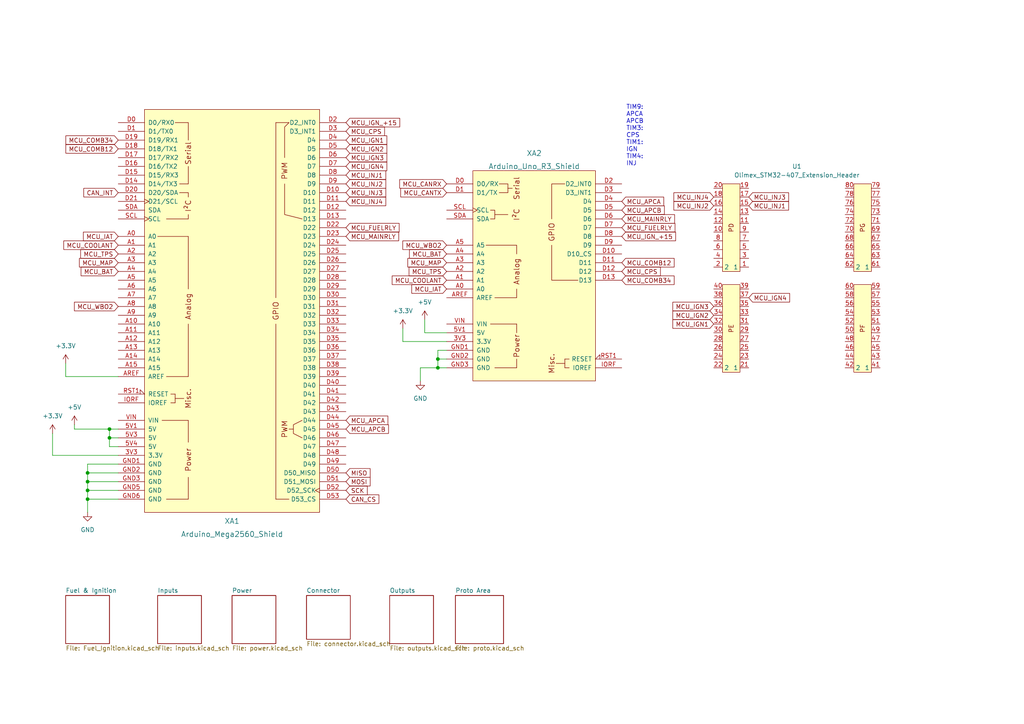
<source format=kicad_sch>
(kicad_sch (version 20211123) (generator eeschema)
  (paper "A4")
  (title_block (title "0.4") (date "2021-03-27") (rev "4d") (company "Speeduino"))
  (lib_symbols
    (symbol "arduino-library:Arduino_Mega2560_Shield" (pin_names (offset 1.016))
      (property "Reference" "XA1" (at 0 -60.96 0))
      (property "Value" "Arduino_Mega2560_Shield" (at 0 -64.77 0))
      (symbol "Arduino_Mega2560_Shield_0_0"
        (rectangle (start -25.4 -58.42) (end 25.4 58.42) (fill (type background)))
        (rectangle (start -20.32 -31.75) (end -12.7 -31.75))
        (rectangle (start -19.05 -54.61) (end -12.7 -54.61))
        (rectangle (start -19.05 -19.05) (end -12.7 -19.05))
        (rectangle (start -19.05 26.67) (end -12.7 26.67))
        (rectangle (start -17.78 -26.67) (end -16.51 -26.67))
        (rectangle (start -17.78 -24.13) (end -16.51 -24.13))
        (rectangle (start -16.51 -25.4) (end -13.97 -25.4))
        (rectangle (start -16.51 -24.13) (end -16.51 -26.67))
        (rectangle (start -16.51 54.61) (end -12.7 54.61))
        (rectangle (start -15.24 34.29) (end -12.7 34.29))
        (rectangle (start -15.24 36.83) (end -12.7 36.83))
        (rectangle (start -12.7 -54.61) (end -12.7 -48.26))
        (rectangle (start -12.7 -31.75) (end -12.7 -38.1))
        (rectangle (start -12.7 26.67) (end -12.7 27.94))
        (rectangle (start -12.7 34.29) (end -12.7 33.02))
        (rectangle (start -12.7 41.91) (end -12.7 36.83))
        (rectangle (start -12.7 49.53) (end -12.7 54.61))
        (polyline (pts (xy -21.59 21.59) (xy -12.7 21.59)))
        (polyline (pts (xy -12.7 -19.05) (xy -12.7 -3.81)))
        (polyline (pts (xy -12.7 6.35) (xy -12.7 21.59)))
        (polyline (pts (xy 12.7 -54.61) (xy 16.51 -54.61)))
        (polyline (pts (xy 12.7 54.61) (xy 16.51 54.61)))
        (polyline (pts (xy 17.78 -34.29) (xy 16.51 -34.29)))
        (polyline (pts (xy 15.24 36.83) (xy 15.24 27.94) (xy 20.32 26.67)))
        (polyline (pts (xy 15.24 44.45) (xy 15.24 53.34) (xy 16.51 54.61)))
        (polyline (pts (xy 20.32 -31.75) (xy 17.78 -33.02) (xy 17.78 -35.56) (xy 20.32 -36.83)))
        (text "Analog" (at -12.7 1.27 900) (effects (font (size 1.524 1.524))))
        (text "I²C" (at -12.7 30.48 900) (effects (font (size 1.524 1.524))))
        (text "Misc." (at -12.7 -25.4 900) (effects (font (size 1.524 1.524))))
        (text "Power" (at -12.7 -43.18 900) (effects (font (size 1.524 1.524))))
        (text "PWM" (at 15.24 -34.29 900) (effects (font (size 1.524 1.524))))
        (text "PWM" (at 15.24 40.64 900) (effects (font (size 1.524 1.524))))
        (text "Serial" (at -12.7 45.72 900) (effects (font (size 1.524 1.524))))
      )
      (symbol "Arduino_Mega2560_Shield_1_0"
        (rectangle (start 12.7 -54.61) (end 12.7 -3.81))
        (rectangle (start 12.7 54.61) (end 12.7 3.81))
        (text "GPIO" (at 12.7 0 900) (effects (font (size 1.524 1.524))))
      )
      (symbol "Arduino_Mega2560_Shield_1_1"
        (pin power_out line (at -33.02 -41.91 0) (length 7.62) (name "3.3V") (number "3V3"))
        (pin power_in line (at -33.02 -34.29 0) (length 7.62) (name "5V") (number "5V1"))
        (pin power_in line (at -33.02 -36.83 0) (length 7.62) (name "5V") (number "5V3"))
        (pin power_in line (at -33.02 -39.37 0) (length 7.62) (name "5V") (number "5V4"))
        (pin bidirectional line (at -33.02 21.59 0) (length 7.62) (name "A0") (number "A0"))
        (pin bidirectional line (at -33.02 19.05 0) (length 7.62) (name "A1") (number "A1"))
        (pin bidirectional line (at -33.02 -3.81 0) (length 7.62) (name "A10") (number "A10"))
        (pin bidirectional line (at -33.02 -6.35 0) (length 7.62) (name "A11") (number "A11"))
        (pin bidirectional line (at -33.02 -8.89 0) (length 7.62) (name "A12") (number "A12"))
        (pin bidirectional line (at -33.02 -11.43 0) (length 7.62) (name "A13") (number "A13"))
        (pin bidirectional line (at -33.02 -13.97 0) (length 7.62) (name "A14") (number "A14"))
        (pin bidirectional line (at -33.02 -16.51 0) (length 7.62) (name "A15") (number "A15"))
        (pin bidirectional line (at -33.02 16.51 0) (length 7.62) (name "A2") (number "A2"))
        (pin bidirectional line (at -33.02 13.97 0) (length 7.62) (name "A3") (number "A3"))
        (pin bidirectional line (at -33.02 11.43 0) (length 7.62) (name "A4") (number "A4"))
        (pin bidirectional line (at -33.02 8.89 0) (length 7.62) (name "A5") (number "A5"))
        (pin bidirectional line (at -33.02 6.35 0) (length 7.62) (name "A6") (number "A6"))
        (pin bidirectional line (at -33.02 3.81 0) (length 7.62) (name "A7") (number "A7"))
        (pin bidirectional line (at -33.02 1.27 0) (length 7.62) (name "A8") (number "A8"))
        (pin bidirectional line (at -33.02 -1.27 0) (length 7.62) (name "A9") (number "A9"))
        (pin input line (at -33.02 -19.05 0) (length 7.62) (name "AREF") (number "AREF"))
        (pin bidirectional line (at -33.02 54.61 0) (length 7.62) (name "D0/RX0") (number "D0"))
        (pin bidirectional line (at -33.02 52.07 0) (length 7.62) (name "D1/TX0") (number "D1"))
        (pin bidirectional line (at 33.02 34.29 180) (length 7.62) (name "D10") (number "D10"))
        (pin bidirectional line (at 33.02 31.75 180) (length 7.62) (name "D11") (number "D11"))
        (pin bidirectional line (at 33.02 29.21 180) (length 7.62) (name "D12") (number "D12"))
        (pin bidirectional line (at 33.02 26.67 180) (length 7.62) (name "D13") (number "D13"))
        (pin bidirectional line (at -33.02 36.83 0) (length 7.62) (name "D14/TX3") (number "D14"))
        (pin bidirectional line (at -33.02 39.37 0) (length 7.62) (name "D15/RX3") (number "D15"))
        (pin bidirectional line (at -33.02 41.91 0) (length 7.62) (name "D16/TX2") (number "D16"))
        (pin bidirectional line (at -33.02 44.45 0) (length 7.62) (name "D17/RX2") (number "D17"))
        (pin bidirectional line (at -33.02 46.99 0) (length 7.62) (name "D18/TX1") (number "D18"))
        (pin bidirectional line (at -33.02 49.53 0) (length 7.62) (name "D19/RX1") (number "D19"))
        (pin bidirectional line (at 33.02 54.61 180) (length 7.62) (name "D2_INT0") (number "D2"))
        (pin bidirectional line (at -33.02 34.29 0) (length 7.62) (name "D20/SDA") (number "D20"))
        (pin bidirectional clock (at -33.02 31.75 0) (length 7.62) (name "D21/SCL") (number "D21"))
        (pin bidirectional line (at 33.02 24.13 180) (length 7.62) (name "D22") (number "D22"))
        (pin bidirectional line (at 33.02 21.59 180) (length 7.62) (name "D23") (number "D23"))
        (pin bidirectional line (at 33.02 19.05 180) (length 7.62) (name "D24") (number "D24"))
        (pin bidirectional line (at 33.02 16.51 180) (length 7.62) (name "D25") (number "D25"))
        (pin bidirectional line (at 33.02 13.97 180) (length 7.62) (name "D26") (number "D26"))
        (pin bidirectional line (at 33.02 11.43 180) (length 7.62) (name "D27") (number "D27"))
        (pin bidirectional line (at 33.02 8.89 180) (length 7.62) (name "D28") (number "D28"))
        (pin bidirectional line (at 33.02 6.35 180) (length 7.62) (name "D29") (number "D29"))
        (pin bidirectional line (at 33.02 52.07 180) (length 7.62) (name "D3_INT1") (number "D3"))
        (pin bidirectional line (at 33.02 3.81 180) (length 7.62) (name "D30") (number "D30"))
        (pin bidirectional line (at 33.02 1.27 180) (length 7.62) (name "D31") (number "D31"))
        (pin bidirectional line (at 33.02 -1.27 180) (length 7.62) (name "D32") (number "D32"))
        (pin bidirectional line (at 33.02 -3.81 180) (length 7.62) (name "D33") (number "D33"))
        (pin bidirectional line (at 33.02 -6.35 180) (length 7.62) (name "D34") (number "D34"))
        (pin bidirectional line (at 33.02 -8.89 180) (length 7.62) (name "D35") (number "D35"))
        (pin bidirectional line (at 33.02 -11.43 180) (length 7.62) (name "D36") (number "D36"))
        (pin bidirectional line (at 33.02 -13.97 180) (length 7.62) (name "D37") (number "D37"))
        (pin bidirectional line (at 33.02 -16.51 180) (length 7.62) (name "D38") (number "D38"))
        (pin bidirectional line (at 33.02 -19.05 180) (length 7.62) (name "D39") (number "D39"))
        (pin bidirectional line (at 33.02 49.53 180) (length 7.62) (name "D4") (number "D4"))
        (pin bidirectional line (at 33.02 -21.59 180) (length 7.62) (name "D40") (number "D40"))
        (pin bidirectional line (at 33.02 -24.13 180) (length 7.62) (name "D41") (number "D41"))
        (pin bidirectional line (at 33.02 -26.67 180) (length 7.62) (name "D42") (number "D42"))
        (pin bidirectional line (at 33.02 -29.21 180) (length 7.62) (name "D43") (number "D43"))
        (pin bidirectional line (at 33.02 -31.75 180) (length 7.62) (name "D44") (number "D44"))
        (pin bidirectional line (at 33.02 -34.29 180) (length 7.62) (name "D45") (number "D45"))
        (pin bidirectional line (at 33.02 -36.83 180) (length 7.62) (name "D46") (number "D46"))
        (pin bidirectional line (at 33.02 -39.37 180) (length 7.62) (name "D47") (number "D47"))
        (pin bidirectional line (at 33.02 -41.91 180) (length 7.62) (name "D48") (number "D48"))
        (pin bidirectional line (at 33.02 -44.45 180) (length 7.62) (name "D49") (number "D49"))
        (pin bidirectional line (at 33.02 46.99 180) (length 7.62) (name "D5") (number "D5"))
        (pin bidirectional line (at 33.02 -46.99 180) (length 7.62) (name "D50_MISO") (number "D50"))
        (pin bidirectional line (at 33.02 -49.53 180) (length 7.62) (name "D51_MOSI") (number "D51"))
        (pin bidirectional clock (at 33.02 -52.07 180) (length 7.62) (name "D52_SCK") (number "D52"))
        (pin bidirectional line (at 33.02 -54.61 180) (length 7.62) (name "D53_CS") (number "D53"))
        (pin bidirectional line (at 33.02 44.45 180) (length 7.62) (name "D6") (number "D6"))
        (pin bidirectional line (at 33.02 41.91 180) (length 7.62) (name "D7") (number "D7"))
        (pin bidirectional line (at 33.02 39.37 180) (length 7.62) (name "D8") (number "D8"))
        (pin bidirectional line (at 33.02 36.83 180) (length 7.62) (name "D9") (number "D9"))
        (pin power_in line (at -33.02 -44.45 0) (length 7.62) (name "GND") (number "GND1"))
        (pin power_in line (at -33.02 -46.99 0) (length 7.62) (name "GND") (number "GND2"))
        (pin power_in line (at -33.02 -49.53 0) (length 7.62) (name "GND") (number "GND3"))
        (pin power_in line (at -33.02 -52.07 0) (length 7.62) (name "GND") (number "GND5"))
        (pin power_in line (at -33.02 -54.61 0) (length 7.62) (name "GND") (number "GND6"))
        (pin output line (at -33.02 -26.67 0) (length 7.62) (name "IOREF") (number "IORF"))
        (pin open_collector input_low (at -33.02 -24.13 0) (length 7.62) (name "RESET") (number "RST1"))
        (pin bidirectional clock (at -33.02 26.67 0) (length 7.62) (name "SCL") (number "SCL"))
        (pin bidirectional line (at -33.02 29.21 0) (length 7.62) (name "SDA") (number "SDA"))
        (pin power_in line (at -33.02 -31.75 0) (length 7.62) (name "VIN") (number "VIN"))
      )
    )
    (symbol "arduino-library:Arduino_Uno_R3_Shield" (pin_names (offset 1.016))
      (property "Reference" "XA" (at 0 36.83 0))
      (property "Value" "Arduino_Uno_R3_Shield" (at 0 33.02 0))
      (symbol "Arduino_Uno_R3_Shield_0_0"
        (rectangle (start -17.78 30.48) (end 17.78 -30.48) (fill (type background)))
        (rectangle (start -12.7 -13.97) (end -5.08 -13.97))
        (rectangle (start -11.43 -26.67) (end -5.08 -26.67))
        (polyline (pts (xy -11.43 17.78) (xy -7.62 17.78)))
        (polyline (pts (xy -7.62 25.4) (xy -6.35 25.4)))
        (polyline (pts (xy -5.08 -26.67) (xy -5.08 -24.13)))
        (polyline (pts (xy -5.08 -15.24) (xy -5.08 -16.51)))
        (polyline (pts (xy -5.08 -13.97) (xy -5.08 -15.24)))
        (polyline (pts (xy -5.08 -3.81) (xy -5.08 -6.35) (xy -11.43 -6.35)))
        (polyline (pts (xy -5.08 6.35) (xy -5.08 8.89) (xy -13.97 8.89)))
        (polyline (pts (xy 5.08 8.89) (xy 5.08 -1.27) (xy 12.7 -1.27)))
        (polyline (pts (xy 5.08 16.51) (xy 5.08 26.67) (xy 8.89 26.67)))
        (polyline (pts (xy -12.7 19.05) (xy -11.43 19.05) (xy -11.43 16.51) (xy -12.7 16.51)))
        (polyline (pts (xy -10.16 26.67) (xy -7.62 26.67) (xy -7.62 24.13) (xy -10.16 24.13)))
        (rectangle (start 8.89 -25.4) (end 6.35 -25.4))
        (rectangle (start 8.89 -24.13) (end 8.89 -26.67))
        (rectangle (start 10.16 -26.67) (end 8.89 -26.67))
        (rectangle (start 10.16 -24.13) (end 8.89 -24.13))
        (text "Analog" (at -5.08 1.27 900) (effects (font (size 1.524 1.524))))
        (text "I²C" (at -5.08 17.78 900) (effects (font (size 1.524 1.524))))
        (text "Misc." (at 5.08 -25.4 900) (effects (font (size 1.524 1.524))))
        (text "Power" (at -5.08 -20.32 900) (effects (font (size 1.524 1.524))))
        (text "Serial" (at -5.08 25.4 900) (effects (font (size 1.524 1.524))))
      )
      (symbol "Arduino_Uno_R3_Shield_1_0"
        (text "GPIO" (at 5.08 12.7 900) (effects (font (size 1.524 1.524))))
      )
      (symbol "Arduino_Uno_R3_Shield_1_1"
        (pin power_out line (at -25.4 -19.05 0) (length 7.62) (name "3.3V") (number "3V3"))
        (pin power_in line (at -25.4 -16.51 0) (length 7.62) (name "5V") (number "5V1"))
        (pin bidirectional line (at -25.4 -3.81 0) (length 7.62) (name "A0") (number "A0"))
        (pin bidirectional line (at -25.4 -1.27 0) (length 7.62) (name "A1") (number "A1"))
        (pin bidirectional line (at -25.4 1.27 0) (length 7.62) (name "A2") (number "A2"))
        (pin bidirectional line (at -25.4 3.81 0) (length 7.62) (name "A3") (number "A3"))
        (pin bidirectional line (at -25.4 6.35 0) (length 7.62) (name "A4") (number "A4"))
        (pin bidirectional line (at -25.4 8.89 0) (length 7.62) (name "A5") (number "A5"))
        (pin input line (at -25.4 -6.35 0) (length 7.62) (name "AREF") (number "AREF"))
        (pin bidirectional line (at -25.4 26.67 0) (length 7.62) (name "D0/RX") (number "D0"))
        (pin bidirectional line (at -25.4 24.13 0) (length 7.62) (name "D1/TX") (number "D1"))
        (pin bidirectional line (at 25.4 6.35 180) (length 7.62) (name "D10_CS") (number "D10"))
        (pin bidirectional line (at 25.4 3.81 180) (length 7.62) (name "D11") (number "D11"))
        (pin bidirectional line (at 25.4 1.27 180) (length 7.62) (name "D12") (number "D12"))
        (pin bidirectional line (at 25.4 -1.27 180) (length 7.62) (name "D13") (number "D13"))
        (pin bidirectional line (at 25.4 26.67 180) (length 7.62) (name "D2_INT0") (number "D2"))
        (pin bidirectional line (at 25.4 24.13 180) (length 7.62) (name "D3_INT1") (number "D3"))
        (pin bidirectional line (at 25.4 21.59 180) (length 7.62) (name "D4") (number "D4"))
        (pin bidirectional line (at 25.4 19.05 180) (length 7.62) (name "D5") (number "D5"))
        (pin bidirectional line (at 25.4 16.51 180) (length 7.62) (name "D6") (number "D6"))
        (pin bidirectional line (at 25.4 13.97 180) (length 7.62) (name "D7") (number "D7"))
        (pin bidirectional line (at 25.4 11.43 180) (length 7.62) (name "D8") (number "D8"))
        (pin bidirectional line (at 25.4 8.89 180) (length 7.62) (name "D9") (number "D9"))
        (pin power_in line (at -25.4 -21.59 0) (length 7.62) (name "GND") (number "GND1"))
        (pin power_in line (at -25.4 -24.13 0) (length 7.62) (name "GND") (number "GND2"))
        (pin power_in line (at -25.4 -26.67 0) (length 7.62) (name "GND") (number "GND3"))
        (pin output line (at 25.4 -26.67 180) (length 7.62) (name "IOREF") (number "IORF"))
        (pin open_collector input_low (at 25.4 -24.13 180) (length 7.62) (name "RESET") (number "RST1"))
        (pin bidirectional clock (at -25.4 19.05 0) (length 7.62) (name "SCL") (number "SCL"))
        (pin bidirectional line (at -25.4 16.51 0) (length 7.62) (name "SDA") (number "SDA"))
        (pin power_in line (at -25.4 -13.97 0) (length 7.62) (name "VIN") (number "VIN"))
      )
    )
    (symbol "power:+3.3V" (power) (pin_names (offset 0))
      (property "Value" "+3.3V" (at 0 3.556 0))
      (symbol "+3.3V_0_1"
        (polyline (pts (xy -0.762 1.27) (xy 0 2.54)))
        (polyline (pts (xy 0 0) (xy 0 2.54)))
        (polyline (pts (xy 0 2.54) (xy 0.762 1.27)))
      )
      (symbol "+3.3V_1_1"
        (pin power_in line (at 0 0 90) (length 0) hide (name "+3.3V") (number "1"))
      )
    )
    (symbol "power:+5V" (power) (pin_names (offset 0))
      (property "Value" "+5V" (at 0 3.556 0))
      (symbol "+5V_0_1"
        (polyline (pts (xy -0.762 1.27) (xy 0 2.54)))
        (polyline (pts (xy 0 0) (xy 0 2.54)))
        (polyline (pts (xy 0 2.54) (xy 0.762 1.27)))
      )
      (symbol "+5V_1_1"
        (pin power_in line (at 0 0 90) (length 0) hide (name "+5V") (number "1"))
      )
    )
    (symbol "power:GND" (power) (pin_names (offset 0))
      (property "Value" "GND" (at 0 -3.81 0))
      (symbol "GND_0_1"
        (polyline (pts (xy 0 0) (xy 0 -1.27) (xy 1.27 -1.27) (xy 0 -2.54) (xy -1.27 -1.27) (xy 0 -1.27)))
      )
      (symbol "GND_1_1"
        (pin power_in line (at 0 0 270) (length 0) hide (name "GND") (number "1"))
      )
    )
    (symbol "saab_lib:Olimex_STM32-407_Extension_Header"
      (property "Reference" "U" (at 1.27 1.27 0))
      (property "Value" "Olimex_STM32-407_Extension_Header" (at 19.05 3.81 0))
      (symbol "Olimex_STM32-407_Extension_Header_0_0"
        (text "PD" (at 11.43 -16.51 900) (effects (font (size 1.27 1.27))))
        (text "PE" (at 11.43 -45.72 900) (effects (font (size 1.27 1.27))))
        (text "PF" (at 49.53 -45.72 900) (effects (font (size 1.27 1.27))))
        (text "PG" (at 49.53 -16.51 900) (effects (font (size 1.27 1.27))))
      )
      (symbol "Olimex_STM32-407_Extension_Header_0_1"
        (rectangle (start 8.89 -33.02) (end 13.97 -58.42) (fill (type background)))
        (rectangle (start 8.89 -3.81) (end 13.97 -29.21) (fill (type background)))
        (rectangle (start 46.99 -33.02) (end 52.07 -58.42) (fill (type background)))
        (rectangle (start 46.99 -3.81) (end 52.07 -29.21) (fill (type background)))
      )
      (symbol "Olimex_STM32-407_Extension_Header_1_1"
        (pin input line (at 16.51 -27.94 180) (length 2.54) (name "1") (number "1"))
        (pin input line (at 6.35 -17.78 0) (length 2.54) (name "") (number "10"))
        (pin input line (at 16.51 -15.24 180) (length 2.54) (name "") (number "11"))
        (pin input line (at 6.35 -15.24 0) (length 2.54) (name "") (number "12"))
        (pin input line (at 16.51 -12.7 180) (length 2.54) (name "") (number "13"))
        (pin input line (at 6.35 -12.7 0) (length 2.54) (name "") (number "14"))
        (pin input line (at 16.51 -10.16 180) (length 2.54) (name "") (number "15"))
        (pin input line (at 6.35 -10.16 0) (length 2.54) (name "") (number "16"))
        (pin input line (at 16.51 -7.62 180) (length 2.54) (name "") (number "17"))
        (pin input line (at 6.35 -7.62 0) (length 2.54) (name "") (number "18"))
        (pin input line (at 16.51 -5.08 180) (length 2.54) (name "") (number "19"))
        (pin input line (at 6.35 -27.94 0) (length 2.54) (name "2") (number "2"))
        (pin input line (at 6.35 -5.08 0) (length 2.54) (name "") (number "20"))
        (pin input line (at 16.51 -57.15 180) (length 2.54) (name "1") (number "21"))
        (pin input line (at 6.35 -57.15 0) (length 2.54) (name "2") (number "22"))
        (pin input line (at 16.51 -54.61 180) (length 2.54) (name "") (number "23"))
        (pin input line (at 6.35 -54.61 0) (length 2.54) (name "") (number "24"))
        (pin input line (at 16.51 -52.07 180) (length 2.54) (name "") (number "25"))
        (pin input line (at 6.35 -52.07 0) (length 2.54) (name "") (number "26"))
        (pin input line (at 16.51 -49.53 180) (length 2.54) (name "") (number "27"))
        (pin input line (at 6.35 -49.53 0) (length 2.54) (name "") (number "28"))
        (pin input line (at 16.51 -46.99 180) (length 2.54) (name "") (number "29"))
        (pin input line (at 16.51 -25.4 180) (length 2.54) (name "") (number "3"))
        (pin input line (at 6.35 -46.99 0) (length 2.54) (name "") (number "30"))
        (pin input line (at 16.51 -44.45 180) (length 2.54) (name "") (number "31"))
        (pin input line (at 6.35 -44.45 0) (length 2.54) (name "") (number "32"))
        (pin input line (at 16.51 -41.91 180) (length 2.54) (name "") (number "33"))
        (pin input line (at 6.35 -41.91 0) (length 2.54) (name "") (number "34"))
        (pin input line (at 16.51 -39.37 180) (length 2.54) (name "") (number "35"))
        (pin input line (at 6.35 -39.37 0) (length 2.54) (name "") (number "36"))
        (pin input line (at 16.51 -36.83 180) (length 2.54) (name "") (number "37"))
        (pin input line (at 6.35 -36.83 0) (length 2.54) (name "") (number "38"))
        (pin input line (at 16.51 -34.29 180) (length 2.54) (name "") (number "39"))
        (pin input line (at 6.35 -25.4 0) (length 2.54) (name "") (number "4"))
        (pin input line (at 6.35 -34.29 0) (length 2.54) (name "") (number "40"))
        (pin input line (at 54.61 -57.15 180) (length 2.54) (name "1") (number "41"))
        (pin input line (at 44.45 -57.15 0) (length 2.54) (name "2") (number "42"))
        (pin input line (at 54.61 -54.61 180) (length 2.54) (name "") (number "43"))
        (pin input line (at 44.45 -54.61 0) (length 2.54) (name "") (number "44"))
        (pin input line (at 54.61 -52.07 180) (length 2.54) (name "") (number "45"))
        (pin input line (at 44.45 -52.07 0) (length 2.54) (name "") (number "46"))
        (pin input line (at 54.61 -49.53 180) (length 2.54) (name "") (number "47"))
        (pin input line (at 44.45 -49.53 0) (length 2.54) (name "") (number "48"))
        (pin input line (at 54.61 -46.99 180) (length 2.54) (name "") (number "49"))
        (pin input line (at 16.51 -22.86 180) (length 2.54) (name "") (number "5"))
        (pin input line (at 44.45 -46.99 0) (length 2.54) (name "") (number "50"))
        (pin input line (at 54.61 -44.45 180) (length 2.54) (name "") (number "51"))
        (pin input line (at 44.45 -44.45 0) (length 2.54) (name "") (number "52"))
        (pin input line (at 54.61 -41.91 180) (length 2.54) (name "") (number "53"))
        (pin input line (at 44.45 -41.91 0) (length 2.54) (name "") (number "54"))
        (pin input line (at 54.61 -39.37 180) (length 2.54) (name "") (number "55"))
        (pin input line (at 44.45 -39.37 0) (length 2.54) (name "") (number "56"))
        (pin input line (at 54.61 -36.83 180) (length 2.54) (name "") (number "57"))
        (pin input line (at 44.45 -36.83 0) (length 2.54) (name "") (number "58"))
        (pin input line (at 54.61 -34.29 180) (length 2.54) (name "") (number "59"))
        (pin input line (at 6.35 -22.86 0) (length 2.54) (name "") (number "6"))
        (pin input line (at 44.45 -34.29 0) (length 2.54) (name "") (number "60"))
        (pin input line (at 54.61 -27.94 180) (length 2.54) (name "1") (number "61"))
        (pin input line (at 44.45 -27.94 0) (length 2.54) (name "2") (number "62"))
        (pin input line (at 54.61 -25.4 180) (length 2.54) (name "") (number "63"))
        (pin input line (at 44.45 -25.4 0) (length 2.54) (name "") (number "64"))
        (pin input line (at 54.61 -22.86 180) (length 2.54) (name "") (number "65"))
        (pin input line (at 44.45 -22.86 0) (length 2.54) (name "") (number "66"))
        (pin input line (at 54.61 -20.32 180) (length 2.54) (name "") (number "67"))
        (pin input line (at 44.45 -20.32 0) (length 2.54) (name "") (number "68"))
        (pin input line (at 54.61 -17.78 180) (length 2.54) (name "") (number "69"))
        (pin input line (at 16.51 -20.32 180) (length 2.54) (name "") (number "7"))
        (pin input line (at 44.45 -17.78 0) (length 2.54) (name "") (number "70"))
        (pin input line (at 54.61 -15.24 180) (length 2.54) (name "") (number "71"))
        (pin input line (at 44.45 -15.24 0) (length 2.54) (name "") (number "72"))
        (pin input line (at 54.61 -12.7 180) (length 2.54) (name "") (number "73"))
        (pin input line (at 44.45 -12.7 0) (length 2.54) (name "") (number "74"))
        (pin input line (at 54.61 -10.16 180) (length 2.54) (name "") (number "75"))
        (pin input line (at 44.45 -10.16 0) (length 2.54) (name "") (number "76"))
        (pin input line (at 54.61 -7.62 180) (length 2.54) (name "") (number "77"))
        (pin input line (at 44.45 -7.62 0) (length 2.54) (name "") (number "78"))
        (pin input line (at 54.61 -5.08 180) (length 2.54) (name "") (number "79"))
        (pin input line (at 6.35 -20.32 0) (length 2.54) (name "") (number "8"))
        (pin input line (at 44.45 -5.08 0) (length 2.54) (name "") (number "80"))
        (pin input line (at 16.51 -17.78 180) (length 2.54) (name "") (number "9"))
      )
    )
  )
  (junction (at 31.75 127))
  (junction (at 25.4 137.16))
  (junction (at 25.4 142.24))
  (junction (at 25.4 144.78))
  (junction (at 127 106.68))
  (junction (at 31.75 124.46))
  (junction (at 127 104.14))
  (junction (at 25.4 139.7))
  (wire (pts (xy 34.29 132.08) (xy 15.24 132.08)))
  (wire (pts (xy 127 104.14) (xy 127 106.68)))
  (wire (pts (xy 25.4 134.62) (xy 25.4 137.16)))
  (wire (pts (xy 25.4 144.78) (xy 34.29 144.78)))
  (wire (pts (xy 25.4 144.78) (xy 25.4 148.59)))
  (wire (pts (xy 129.54 106.68) (xy 127 106.68)))
  (wire (pts (xy 25.4 142.24) (xy 34.29 142.24)))
  (wire (pts (xy 25.4 142.24) (xy 25.4 144.78)))
  (wire (pts (xy 116.84 99.06) (xy 129.54 99.06)))
  (wire (pts (xy 15.24 132.08) (xy 15.24 125.73)))
  (wire (pts (xy 129.54 101.6) (xy 127 101.6)))
  (wire (pts (xy 31.75 124.46) (xy 31.75 127)))
  (wire (pts (xy 25.4 139.7) (xy 25.4 142.24)))
  (wire (pts (xy 25.4 137.16) (xy 34.29 137.16)))
  (wire (pts (xy 25.4 137.16) (xy 25.4 139.7)))
  (wire (pts (xy 31.75 127) (xy 31.75 129.54)))
  (wire (pts (xy 25.4 139.7) (xy 34.29 139.7)))
  (wire (pts (xy 34.29 124.46) (xy 31.75 124.46)))
  (wire (pts (xy 31.75 124.46) (xy 21.59 124.46)))
  (wire (pts (xy 34.29 134.62) (xy 25.4 134.62)))
  (wire (pts (xy 19.05 109.22) (xy 34.29 109.22)))
  (wire (pts (xy 129.54 104.14) (xy 127 104.14)))
  (wire (pts (xy 123.19 96.52) (xy 123.19 92.71)))
  (wire (pts (xy 34.29 127) (xy 31.75 127)))
  (wire (pts (xy 34.29 129.54) (xy 31.75 129.54)))
  (wire (pts (xy 127 101.6) (xy 127 104.14)))
  (wire (pts (xy 19.05 105.41) (xy 19.05 109.22)))
  (wire (pts (xy 21.59 124.46) (xy 21.59 123.19)))
  (wire (pts (xy 129.54 96.52) (xy 123.19 96.52)))
  (wire (pts (xy 121.92 106.68) (xy 121.92 110.49)))
  (wire (pts (xy 127 106.68) (xy 121.92 106.68)))
  (wire (pts (xy 116.84 95.25) (xy 116.84 99.06)))
  (text "TIM9:\nAPCA\nAPCB\nTIM3:\nCPS\nTIM1:\nIGN\nTIM4:\nINJ" (at 181.61 48.26 0) (effects (font (size 1.27 1.27)) (justify left bottom)))
  (global_label "MCU_MAP" (shape input) (at 129.54 76.2 180) (property "Intersheet References" "${INTERSHEET_REFS}" (effects hide)))
  (global_label "MCU_IGN4" (shape input) (at 217.17 86.36 0) (property "Intersheet References" "${INTERSHEET_REFS}" (effects hide)))
  (global_label "MCU_IGN1" (shape input) (at 207.01 93.98 180) (property "Intersheet References" "${INTERSHEET_REFS}" (effects hide)))
  (global_label "MCU_BAT" (shape input) (at 129.54 73.66 180) (property "Intersheet References" "${INTERSHEET_REFS}" (effects hide)))
  (global_label "MCU_CANTX" (shape input) (at 129.54 55.88 180) (property "Intersheet References" "${INTERSHEET_REFS}" (effects hide)))
  (global_label "MCU_INJ3" (shape input) (at 100.33 55.88 0) (property "Intersheet References" "${INTERSHEET_REFS}" (effects hide)))
  (global_label "MCU_IGN3" (shape input) (at 207.01 88.9 180) (property "Intersheet References" "${INTERSHEET_REFS}" (effects hide)))
  (global_label "MCU_CPS" (shape input) (at 100.33 38.1 0) (property "Intersheet References" "${INTERSHEET_REFS}" (effects hide)))
  (global_label "MCU_COMB12" (shape input) (at 34.29 43.18 180) (property "Intersheet References" "${INTERSHEET_REFS}" (effects hide)))
  (global_label "MCU_INJ2" (shape input) (at 207.01 59.69 180) (property "Intersheet References" "${INTERSHEET_REFS}" (effects hide)))
  (global_label "MCU_FUELRLY" (shape input) (at 180.34 66.04 0) (property "Intersheet References" "${INTERSHEET_REFS}" (effects hide)))
  (global_label "MCU_FUELRLY" (shape input) (at 100.33 66.04 0) (property "Intersheet References" "${INTERSHEET_REFS}" (effects hide)))
  (global_label "MCU_COOLANT" (shape input) (at 34.29 71.12 180) (property "Intersheet References" "${INTERSHEET_REFS}" (effects hide)))
  (global_label "CAN_INT" (shape input) (at 34.29 55.88 180) (property "Intersheet References" "${INTERSHEET_REFS}" (effects hide)))
  (global_label "MCU_INJ4" (shape input) (at 207.01 57.15 180) (property "Intersheet References" "${INTERSHEET_REFS}" (effects hide)))
  (global_label "MCU_COMB34" (shape input) (at 180.34 81.28 0) (property "Intersheet References" "${INTERSHEET_REFS}" (effects hide)))
  (global_label "MCU_CPS" (shape input) (at 180.34 78.74 0) (property "Intersheet References" "${INTERSHEET_REFS}" (effects hide)))
  (global_label "MCU_IGN4" (shape input) (at 100.33 48.26 0) (property "Intersheet References" "${INTERSHEET_REFS}" (effects hide)))
  (global_label "MCU_MAINRLY" (shape input) (at 180.34 63.5 0) (property "Intersheet References" "${INTERSHEET_REFS}" (effects hide)))
  (global_label "MCU_COMB34" (shape input) (at 34.29 40.64 180) (property "Intersheet References" "${INTERSHEET_REFS}" (effects hide)))
  (global_label "MCU_APCA" (shape input) (at 180.34 58.42 0) (property "Intersheet References" "${INTERSHEET_REFS}" (effects hide)))
  (global_label "MCU_TPS" (shape input) (at 129.54 78.74 180) (property "Intersheet References" "${INTERSHEET_REFS}" (effects hide)))
  (global_label "MCU_CANRX" (shape input) (at 129.54 53.34 180) (property "Intersheet References" "${INTERSHEET_REFS}" (effects hide)))
  (global_label "MCU_IAT" (shape input) (at 129.54 83.82 180) (property "Intersheet References" "${INTERSHEET_REFS}" (effects hide)))
  (global_label "MCU_INJ4" (shape input) (at 100.33 58.42 0) (property "Intersheet References" "${INTERSHEET_REFS}" (effects hide)))
  (global_label "MCU_MAP" (shape input) (at 34.29 76.2 180) (property "Intersheet References" "${INTERSHEET_REFS}" (effects hide)))
  (global_label "MCU_APCA" (shape input) (at 100.33 121.92 0) (property "Intersheet References" "${INTERSHEET_REFS}" (effects hide)))
  (global_label "MCU_IAT" (shape input) (at 34.29 68.58 180) (property "Intersheet References" "${INTERSHEET_REFS}" (effects hide)))
  (global_label "MCU_IGN3" (shape input) (at 100.33 45.72 0) (property "Intersheet References" "${INTERSHEET_REFS}" (effects hide)))
  (global_label "MCU_WBO2" (shape input) (at 129.54 71.12 180) (property "Intersheet References" "${INTERSHEET_REFS}" (effects hide)))
  (global_label "MCU_MAINRLY" (shape input) (at 100.33 68.58 0) (property "Intersheet References" "${INTERSHEET_REFS}" (effects hide)))
  (global_label "MCU_INJ3" (shape input) (at 217.17 57.15 0) (property "Intersheet References" "${INTERSHEET_REFS}" (effects hide)))
  (global_label "MCU_IGN_+15" (shape input) (at 100.33 35.56 0) (property "Intersheet References" "${INTERSHEET_REFS}" (effects hide)))
  (global_label "MCU_APCB" (shape input) (at 100.33 124.46 0) (property "Intersheet References" "${INTERSHEET_REFS}" (effects hide)))
  (global_label "MCU_WBO2" (shape input) (at 34.29 88.9 180) (property "Intersheet References" "${INTERSHEET_REFS}" (effects hide)))
  (global_label "MOSI" (shape input) (at 100.33 139.7 0) (property "Intersheet References" "${INTERSHEET_REFS}" (effects hide)))
  (global_label "MCU_COMB12" (shape input) (at 180.34 76.2 0) (property "Intersheet References" "${INTERSHEET_REFS}" (effects hide)))
  (global_label "MCU_INJ1" (shape input) (at 217.17 59.69 0) (property "Intersheet References" "${INTERSHEET_REFS}" (effects hide)))
  (global_label "MCU_BAT" (shape input) (at 34.29 78.74 180) (property "Intersheet References" "${INTERSHEET_REFS}" (effects hide)))
  (global_label "MCU_IGN1" (shape input) (at 100.33 40.64 0) (property "Intersheet References" "${INTERSHEET_REFS}" (effects hide)))
  (global_label "MCU_INJ2" (shape input) (at 100.33 53.34 0) (property "Intersheet References" "${INTERSHEET_REFS}" (effects hide)))
  (global_label "MCU_IGN2" (shape input) (at 207.01 91.44 180) (property "Intersheet References" "${INTERSHEET_REFS}" (effects hide)))
  (global_label "MCU_INJ1" (shape input) (at 100.33 50.8 0) (property "Intersheet References" "${INTERSHEET_REFS}" (effects hide)))
  (global_label "MISO" (shape input) (at 100.33 137.16 0) (property "Intersheet References" "${INTERSHEET_REFS}" (effects hide)))
  (global_label "MCU_IGN_+15" (shape input) (at 180.34 68.58 0) (property "Intersheet References" "${INTERSHEET_REFS}" (effects hide)))
  (global_label "MCU_APCB" (shape input) (at 180.34 60.96 0) (property "Intersheet References" "${INTERSHEET_REFS}" (effects hide)))
  (global_label "SCK" (shape input) (at 100.33 142.24 0) (property "Intersheet References" "${INTERSHEET_REFS}" (effects hide)))
  (global_label "MCU_TPS" (shape input) (at 34.29 73.66 180) (property "Intersheet References" "${INTERSHEET_REFS}" (effects hide)))
  (global_label "MCU_IGN2" (shape input) (at 100.33 43.18 0) (property "Intersheet References" "${INTERSHEET_REFS}" (effects hide)))
  (global_label "MCU_COOLANT" (shape input) (at 129.54 81.28 180) (property "Intersheet References" "${INTERSHEET_REFS}" (effects hide)))
  (global_label "CAN_CS" (shape input) (at 100.33 144.78 0) (property "Intersheet References" "${INTERSHEET_REFS}" (effects hide)))
  (symbol (lib_id "power:+3.3V") (at 116.84 95.25 0) (unit 1)
    (property "Reference" "#PWR0157" (effects hide))
    (property "Value" "+3.3V" (at 116.84 90.17 0))
  )
  (symbol (lib_id "arduino-library:Arduino_Mega2560_Shield") (at 67.31 90.17 0) (unit 1)
    (property "Reference" "XA1" (at 67.31 151.13 0) (effects (font (size 1.524 1.524))))
    (property "Value" "Arduino_Mega2560_Shield" (at 67.31 154.94 0) (effects (font (size 1.524 1.524))))
    (property "Footprint" "arduino-library:Arduino_Mega2560_Shield" (effects hide))
    (property "Datasheet" "https://docs.arduino.cc/hardware/mega-2560" (effects hide))
  )
  (symbol (lib_id "power:+3.3V") (at 15.24 125.73 0) (unit 1)
    (property "Reference" "#PWR0160" (effects hide))
    (property "Value" "+3.3V" (at 15.24 120.65 0))
  )
  (symbol (lib_id "arduino-library:Arduino_Uno_R3_Shield") (at 154.94 80.01 0) (unit 1)
    (property "Reference" "XA2" (at 154.94 44.45 0) (effects (font (size 1.524 1.524))))
    (property "Value" "Arduino_Uno_R3_Shield" (at 154.94 48.26 0) (effects (font (size 1.524 1.524))))
    (property "Footprint" "arduino-library:Arduino_Uno_R3_Shield" (effects hide))
    (property "Datasheet" "https://docs.arduino.cc/hardware/uno-rev3" (effects hide))
  )
  (symbol (lib_id "power:GND") (at 121.92 110.49 0) (unit 1)
    (property "Reference" "#PWR0156" (effects hide))
    (property "Value" "GND" (at 121.92 115.57 0))
  )
  (symbol (lib_id "power:GND") (at 25.4 148.59 0) (unit 1)
    (property "Reference" "#PWR0155" (effects hide))
    (property "Value" "GND" (at 25.4 153.67 0))
  )
  (symbol (lib_id "saab_lib:Olimex_STM32-407_Extension_Header") (at 200.66 49.53 0) (unit 1)
    (property "Reference" "U1" (at 231.14 48.26 0))
    (property "Value" "Olimex_STM32-407_Extension_Header" (at 231.14 50.8 0))
    (property "Footprint" "saab_lib:Olimex_STM32-E407_Extenstion_Header" (effects hide))
  )
  (symbol (lib_id "power:+3.3V") (at 19.05 105.41 0) (unit 1)
    (property "Reference" "#PWR0163" (effects hide))
    (property "Value" "+3.3V" (at 19.05 100.33 0))
  )
  (symbol (lib_id "power:+5V") (at 123.19 92.71 0) (unit 1)
    (property "Reference" "#PWR0158" (effects hide))
    (property "Value" "+5V" (at 123.19 87.63 0))
  )
  (symbol (lib_id "power:+5V") (at 21.59 123.19 0) (unit 1)
    (property "Reference" "#PWR0159" (effects hide))
    (property "Value" "+5V" (at 21.59 118.11 0))
  )
  (sheet (at 19.05 172.72) (size 12.7 13.97)
    (property "Sheet name" "Fuel & Ignition" (at 19.05 172.0084 0) (effects (justify left bottom)))
    (property "Sheet file" "Fuel_Ignition.kicad_sch" (at 19.05 187.2746 0) (effects (justify left top)))
  )
  (sheet (at 45.72 172.72) (size 12.7 13.97)
    (property "Sheet name" "Inputs" (at 45.72 172.0084 0) (effects (justify left bottom)))
    (property "Sheet file" "inputs.kicad_sch" (at 45.72 187.2746 0) (effects (justify left top)))
  )
  (sheet (at 67.31 172.72) (size 12.7 13.97)
    (property "Sheet name" "Power" (at 67.31 172.0084 0) (effects (justify left bottom)))
    (property "Sheet file" "power.kicad_sch" (at 67.31 187.2746 0) (effects (justify left top)))
  )
  (sheet (at 88.9 172.72) (size 12.7 12.7)
    (property "Sheet name" "Connector" (at 88.9 172.0084 0) (effects (justify left bottom)))
    (property "Sheet file" "connector.kicad_sch" (at 88.9 186.0046 0) (effects (justify left top)))
  )
  (sheet (at 113.03 172.72) (size 12.7 13.97)
    (property "Sheet name" "Outputs" (at 113.03 172.0084 0) (effects (justify left bottom)))
    (property "Sheet file" "outputs.kicad_sch" (at 113.03 187.2746 0) (effects (justify left top)))
  )
  (sheet (at 132.08 172.72) (size 13.97 13.97)
    (property "Sheet name" "Proto Area" (at 132.08 172.0084 0) (effects (justify left bottom)))
    (property "Sheet file" "proto.kicad_sch" (at 132.08 187.2746 0) (effects (justify left top)))
  )
)
</source>
